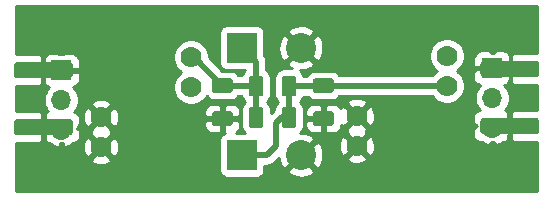
<source format=gbl>
G04 #@! TF.GenerationSoftware,KiCad,Pcbnew,5.1.5+dfsg1-2build2*
G04 #@! TF.CreationDate,2022-12-10T10:35:03-05:00*
G04 #@! TF.ProjectId,double-tuned-bpf,646f7562-6c65-42d7-9475-6e65642d6270,rev?*
G04 #@! TF.SameCoordinates,Original*
G04 #@! TF.FileFunction,Copper,L2,Bot*
G04 #@! TF.FilePolarity,Positive*
%FSLAX46Y46*%
G04 Gerber Fmt 4.6, Leading zero omitted, Abs format (unit mm)*
G04 Created by KiCad (PCBNEW 5.1.5+dfsg1-2build2) date 2022-12-10 10:35:03*
%MOMM*%
%LPD*%
G04 APERTURE LIST*
%ADD10O,1.700000X1.700000*%
%ADD11R,1.700000X1.700000*%
%ADD12C,0.100000*%
%ADD13R,2.540000X2.540000*%
%ADD14C,2.540000*%
%ADD15C,1.778000*%
%ADD16C,0.500000*%
%ADD17C,0.254000*%
G04 APERTURE END LIST*
D10*
X145500000Y-99980000D03*
X145500000Y-97440000D03*
D11*
X145500000Y-94900000D03*
G04 #@! TA.AperFunction,SMDPad,CuDef*
D12*
G36*
X149176686Y-99130225D02*
G01*
X149210662Y-99135265D01*
X149243980Y-99143611D01*
X149276319Y-99155182D01*
X149307369Y-99169868D01*
X149336830Y-99187526D01*
X149364418Y-99207986D01*
X149389867Y-99231053D01*
X149412934Y-99256502D01*
X149433394Y-99284090D01*
X149451052Y-99313551D01*
X149465738Y-99344601D01*
X149477309Y-99376940D01*
X149485655Y-99410258D01*
X149490695Y-99444234D01*
X149492380Y-99478540D01*
X149492380Y-100178540D01*
X149490695Y-100212846D01*
X149485655Y-100246822D01*
X149477309Y-100280140D01*
X149465738Y-100312479D01*
X149451052Y-100343529D01*
X149433394Y-100372990D01*
X149412934Y-100400578D01*
X149389867Y-100426027D01*
X149364418Y-100449094D01*
X149336830Y-100469554D01*
X149307369Y-100487212D01*
X149276319Y-100501898D01*
X149243980Y-100513469D01*
X149210662Y-100521815D01*
X149176686Y-100526855D01*
X149142380Y-100528540D01*
X144842380Y-100528540D01*
X144808074Y-100526855D01*
X144774098Y-100521815D01*
X144740780Y-100513469D01*
X144708441Y-100501898D01*
X144677391Y-100487212D01*
X144647930Y-100469554D01*
X144620342Y-100449094D01*
X144594893Y-100426027D01*
X144571826Y-100400578D01*
X144551366Y-100372990D01*
X144533708Y-100343529D01*
X144519022Y-100312479D01*
X144507451Y-100280140D01*
X144499105Y-100246822D01*
X144494065Y-100212846D01*
X144492380Y-100178540D01*
X144492380Y-99478540D01*
X144494065Y-99444234D01*
X144499105Y-99410258D01*
X144507451Y-99376940D01*
X144519022Y-99344601D01*
X144533708Y-99313551D01*
X144551366Y-99284090D01*
X144571826Y-99256502D01*
X144594893Y-99231053D01*
X144620342Y-99207986D01*
X144647930Y-99187526D01*
X144677391Y-99169868D01*
X144708441Y-99155182D01*
X144740780Y-99143611D01*
X144774098Y-99135265D01*
X144808074Y-99130225D01*
X144842380Y-99128540D01*
X149142380Y-99128540D01*
X149176686Y-99130225D01*
G37*
G04 #@! TD.AperFunction*
G04 #@! TA.AperFunction,SMDPad,CuDef*
G36*
X149184306Y-94301685D02*
G01*
X149218282Y-94306725D01*
X149251600Y-94315071D01*
X149283939Y-94326642D01*
X149314989Y-94341328D01*
X149344450Y-94358986D01*
X149372038Y-94379446D01*
X149397487Y-94402513D01*
X149420554Y-94427962D01*
X149441014Y-94455550D01*
X149458672Y-94485011D01*
X149473358Y-94516061D01*
X149484929Y-94548400D01*
X149493275Y-94581718D01*
X149498315Y-94615694D01*
X149500000Y-94650000D01*
X149500000Y-95350000D01*
X149498315Y-95384306D01*
X149493275Y-95418282D01*
X149484929Y-95451600D01*
X149473358Y-95483939D01*
X149458672Y-95514989D01*
X149441014Y-95544450D01*
X149420554Y-95572038D01*
X149397487Y-95597487D01*
X149372038Y-95620554D01*
X149344450Y-95641014D01*
X149314989Y-95658672D01*
X149283939Y-95673358D01*
X149251600Y-95684929D01*
X149218282Y-95693275D01*
X149184306Y-95698315D01*
X149150000Y-95700000D01*
X144850000Y-95700000D01*
X144815694Y-95698315D01*
X144781718Y-95693275D01*
X144748400Y-95684929D01*
X144716061Y-95673358D01*
X144685011Y-95658672D01*
X144655550Y-95641014D01*
X144627962Y-95620554D01*
X144602513Y-95597487D01*
X144579446Y-95572038D01*
X144558986Y-95544450D01*
X144541328Y-95514989D01*
X144526642Y-95483939D01*
X144515071Y-95451600D01*
X144506725Y-95418282D01*
X144501685Y-95384306D01*
X144500000Y-95350000D01*
X144500000Y-94650000D01*
X144501685Y-94615694D01*
X144506725Y-94581718D01*
X144515071Y-94548400D01*
X144526642Y-94516061D01*
X144541328Y-94485011D01*
X144558986Y-94455550D01*
X144579446Y-94427962D01*
X144602513Y-94402513D01*
X144627962Y-94379446D01*
X144655550Y-94358986D01*
X144685011Y-94341328D01*
X144716061Y-94326642D01*
X144748400Y-94315071D01*
X144781718Y-94306725D01*
X144815694Y-94301685D01*
X144850000Y-94300000D01*
X149150000Y-94300000D01*
X149184306Y-94301685D01*
G37*
G04 #@! TD.AperFunction*
G04 #@! TA.AperFunction,SMDPad,CuDef*
G36*
X109676686Y-99230225D02*
G01*
X109710662Y-99235265D01*
X109743980Y-99243611D01*
X109776319Y-99255182D01*
X109807369Y-99269868D01*
X109836830Y-99287526D01*
X109864418Y-99307986D01*
X109889867Y-99331053D01*
X109912934Y-99356502D01*
X109933394Y-99384090D01*
X109951052Y-99413551D01*
X109965738Y-99444601D01*
X109977309Y-99476940D01*
X109985655Y-99510258D01*
X109990695Y-99544234D01*
X109992380Y-99578540D01*
X109992380Y-100278540D01*
X109990695Y-100312846D01*
X109985655Y-100346822D01*
X109977309Y-100380140D01*
X109965738Y-100412479D01*
X109951052Y-100443529D01*
X109933394Y-100472990D01*
X109912934Y-100500578D01*
X109889867Y-100526027D01*
X109864418Y-100549094D01*
X109836830Y-100569554D01*
X109807369Y-100587212D01*
X109776319Y-100601898D01*
X109743980Y-100613469D01*
X109710662Y-100621815D01*
X109676686Y-100626855D01*
X109642380Y-100628540D01*
X105342380Y-100628540D01*
X105308074Y-100626855D01*
X105274098Y-100621815D01*
X105240780Y-100613469D01*
X105208441Y-100601898D01*
X105177391Y-100587212D01*
X105147930Y-100569554D01*
X105120342Y-100549094D01*
X105094893Y-100526027D01*
X105071826Y-100500578D01*
X105051366Y-100472990D01*
X105033708Y-100443529D01*
X105019022Y-100412479D01*
X105007451Y-100380140D01*
X104999105Y-100346822D01*
X104994065Y-100312846D01*
X104992380Y-100278540D01*
X104992380Y-99578540D01*
X104994065Y-99544234D01*
X104999105Y-99510258D01*
X105007451Y-99476940D01*
X105019022Y-99444601D01*
X105033708Y-99413551D01*
X105051366Y-99384090D01*
X105071826Y-99356502D01*
X105094893Y-99331053D01*
X105120342Y-99307986D01*
X105147930Y-99287526D01*
X105177391Y-99269868D01*
X105208441Y-99255182D01*
X105240780Y-99243611D01*
X105274098Y-99235265D01*
X105308074Y-99230225D01*
X105342380Y-99228540D01*
X109642380Y-99228540D01*
X109676686Y-99230225D01*
G37*
G04 #@! TD.AperFunction*
G04 #@! TA.AperFunction,SMDPad,CuDef*
G36*
X109684306Y-94401685D02*
G01*
X109718282Y-94406725D01*
X109751600Y-94415071D01*
X109783939Y-94426642D01*
X109814989Y-94441328D01*
X109844450Y-94458986D01*
X109872038Y-94479446D01*
X109897487Y-94502513D01*
X109920554Y-94527962D01*
X109941014Y-94555550D01*
X109958672Y-94585011D01*
X109973358Y-94616061D01*
X109984929Y-94648400D01*
X109993275Y-94681718D01*
X109998315Y-94715694D01*
X110000000Y-94750000D01*
X110000000Y-95450000D01*
X109998315Y-95484306D01*
X109993275Y-95518282D01*
X109984929Y-95551600D01*
X109973358Y-95583939D01*
X109958672Y-95614989D01*
X109941014Y-95644450D01*
X109920554Y-95672038D01*
X109897487Y-95697487D01*
X109872038Y-95720554D01*
X109844450Y-95741014D01*
X109814989Y-95758672D01*
X109783939Y-95773358D01*
X109751600Y-95784929D01*
X109718282Y-95793275D01*
X109684306Y-95798315D01*
X109650000Y-95800000D01*
X105350000Y-95800000D01*
X105315694Y-95798315D01*
X105281718Y-95793275D01*
X105248400Y-95784929D01*
X105216061Y-95773358D01*
X105185011Y-95758672D01*
X105155550Y-95741014D01*
X105127962Y-95720554D01*
X105102513Y-95697487D01*
X105079446Y-95672038D01*
X105058986Y-95644450D01*
X105041328Y-95614989D01*
X105026642Y-95583939D01*
X105015071Y-95551600D01*
X105006725Y-95518282D01*
X105001685Y-95484306D01*
X105000000Y-95450000D01*
X105000000Y-94750000D01*
X105001685Y-94715694D01*
X105006725Y-94681718D01*
X105015071Y-94648400D01*
X105026642Y-94616061D01*
X105041328Y-94585011D01*
X105058986Y-94555550D01*
X105079446Y-94527962D01*
X105102513Y-94502513D01*
X105127962Y-94479446D01*
X105155550Y-94458986D01*
X105185011Y-94441328D01*
X105216061Y-94426642D01*
X105248400Y-94415071D01*
X105281718Y-94406725D01*
X105315694Y-94401685D01*
X105350000Y-94400000D01*
X109650000Y-94400000D01*
X109684306Y-94401685D01*
G37*
G04 #@! TD.AperFunction*
D10*
X109000000Y-100180000D03*
X109000000Y-97640000D03*
D11*
X109000000Y-95100000D03*
D13*
X124300000Y-102300000D03*
D14*
X129300000Y-102300000D03*
D13*
X124300000Y-93200000D03*
D14*
X129300000Y-93200000D03*
D15*
X141663999Y-96430000D03*
X134043999Y-101510000D03*
X141663999Y-93890000D03*
X134043999Y-98970000D03*
X120000000Y-96530000D03*
X112380000Y-101610000D03*
X120000000Y-93990000D03*
X112380000Y-99070000D03*
G04 #@! TA.AperFunction,SMDPad,CuDef*
D12*
G36*
X131849504Y-95776204D02*
G01*
X131873773Y-95779804D01*
X131897571Y-95785765D01*
X131920671Y-95794030D01*
X131942849Y-95804520D01*
X131963893Y-95817133D01*
X131983598Y-95831747D01*
X132001777Y-95848223D01*
X132018253Y-95866402D01*
X132032867Y-95886107D01*
X132045480Y-95907151D01*
X132055970Y-95929329D01*
X132064235Y-95952429D01*
X132070196Y-95976227D01*
X132073796Y-96000496D01*
X132075000Y-96025000D01*
X132075000Y-96775000D01*
X132073796Y-96799504D01*
X132070196Y-96823773D01*
X132064235Y-96847571D01*
X132055970Y-96870671D01*
X132045480Y-96892849D01*
X132032867Y-96913893D01*
X132018253Y-96933598D01*
X132001777Y-96951777D01*
X131983598Y-96968253D01*
X131963893Y-96982867D01*
X131942849Y-96995480D01*
X131920671Y-97005970D01*
X131897571Y-97014235D01*
X131873773Y-97020196D01*
X131849504Y-97023796D01*
X131825000Y-97025000D01*
X130575000Y-97025000D01*
X130550496Y-97023796D01*
X130526227Y-97020196D01*
X130502429Y-97014235D01*
X130479329Y-97005970D01*
X130457151Y-96995480D01*
X130436107Y-96982867D01*
X130416402Y-96968253D01*
X130398223Y-96951777D01*
X130381747Y-96933598D01*
X130367133Y-96913893D01*
X130354520Y-96892849D01*
X130344030Y-96870671D01*
X130335765Y-96847571D01*
X130329804Y-96823773D01*
X130326204Y-96799504D01*
X130325000Y-96775000D01*
X130325000Y-96025000D01*
X130326204Y-96000496D01*
X130329804Y-95976227D01*
X130335765Y-95952429D01*
X130344030Y-95929329D01*
X130354520Y-95907151D01*
X130367133Y-95886107D01*
X130381747Y-95866402D01*
X130398223Y-95848223D01*
X130416402Y-95831747D01*
X130436107Y-95817133D01*
X130457151Y-95804520D01*
X130479329Y-95794030D01*
X130502429Y-95785765D01*
X130526227Y-95779804D01*
X130550496Y-95776204D01*
X130575000Y-95775000D01*
X131825000Y-95775000D01*
X131849504Y-95776204D01*
G37*
G04 #@! TD.AperFunction*
G04 #@! TA.AperFunction,SMDPad,CuDef*
G36*
X131849504Y-98576204D02*
G01*
X131873773Y-98579804D01*
X131897571Y-98585765D01*
X131920671Y-98594030D01*
X131942849Y-98604520D01*
X131963893Y-98617133D01*
X131983598Y-98631747D01*
X132001777Y-98648223D01*
X132018253Y-98666402D01*
X132032867Y-98686107D01*
X132045480Y-98707151D01*
X132055970Y-98729329D01*
X132064235Y-98752429D01*
X132070196Y-98776227D01*
X132073796Y-98800496D01*
X132075000Y-98825000D01*
X132075000Y-99575000D01*
X132073796Y-99599504D01*
X132070196Y-99623773D01*
X132064235Y-99647571D01*
X132055970Y-99670671D01*
X132045480Y-99692849D01*
X132032867Y-99713893D01*
X132018253Y-99733598D01*
X132001777Y-99751777D01*
X131983598Y-99768253D01*
X131963893Y-99782867D01*
X131942849Y-99795480D01*
X131920671Y-99805970D01*
X131897571Y-99814235D01*
X131873773Y-99820196D01*
X131849504Y-99823796D01*
X131825000Y-99825000D01*
X130575000Y-99825000D01*
X130550496Y-99823796D01*
X130526227Y-99820196D01*
X130502429Y-99814235D01*
X130479329Y-99805970D01*
X130457151Y-99795480D01*
X130436107Y-99782867D01*
X130416402Y-99768253D01*
X130398223Y-99751777D01*
X130381747Y-99733598D01*
X130367133Y-99713893D01*
X130354520Y-99692849D01*
X130344030Y-99670671D01*
X130335765Y-99647571D01*
X130329804Y-99623773D01*
X130326204Y-99599504D01*
X130325000Y-99575000D01*
X130325000Y-98825000D01*
X130326204Y-98800496D01*
X130329804Y-98776227D01*
X130335765Y-98752429D01*
X130344030Y-98729329D01*
X130354520Y-98707151D01*
X130367133Y-98686107D01*
X130381747Y-98666402D01*
X130398223Y-98648223D01*
X130416402Y-98631747D01*
X130436107Y-98617133D01*
X130457151Y-98604520D01*
X130479329Y-98594030D01*
X130502429Y-98585765D01*
X130526227Y-98579804D01*
X130550496Y-98576204D01*
X130575000Y-98575000D01*
X131825000Y-98575000D01*
X131849504Y-98576204D01*
G37*
G04 #@! TD.AperFunction*
G04 #@! TA.AperFunction,SMDPad,CuDef*
G36*
X128699504Y-95576204D02*
G01*
X128723773Y-95579804D01*
X128747571Y-95585765D01*
X128770671Y-95594030D01*
X128792849Y-95604520D01*
X128813893Y-95617133D01*
X128833598Y-95631747D01*
X128851777Y-95648223D01*
X128868253Y-95666402D01*
X128882867Y-95686107D01*
X128895480Y-95707151D01*
X128905970Y-95729329D01*
X128914235Y-95752429D01*
X128920196Y-95776227D01*
X128923796Y-95800496D01*
X128925000Y-95825000D01*
X128925000Y-97075000D01*
X128923796Y-97099504D01*
X128920196Y-97123773D01*
X128914235Y-97147571D01*
X128905970Y-97170671D01*
X128895480Y-97192849D01*
X128882867Y-97213893D01*
X128868253Y-97233598D01*
X128851777Y-97251777D01*
X128833598Y-97268253D01*
X128813893Y-97282867D01*
X128792849Y-97295480D01*
X128770671Y-97305970D01*
X128747571Y-97314235D01*
X128723773Y-97320196D01*
X128699504Y-97323796D01*
X128675000Y-97325000D01*
X127925000Y-97325000D01*
X127900496Y-97323796D01*
X127876227Y-97320196D01*
X127852429Y-97314235D01*
X127829329Y-97305970D01*
X127807151Y-97295480D01*
X127786107Y-97282867D01*
X127766402Y-97268253D01*
X127748223Y-97251777D01*
X127731747Y-97233598D01*
X127717133Y-97213893D01*
X127704520Y-97192849D01*
X127694030Y-97170671D01*
X127685765Y-97147571D01*
X127679804Y-97123773D01*
X127676204Y-97099504D01*
X127675000Y-97075000D01*
X127675000Y-95825000D01*
X127676204Y-95800496D01*
X127679804Y-95776227D01*
X127685765Y-95752429D01*
X127694030Y-95729329D01*
X127704520Y-95707151D01*
X127717133Y-95686107D01*
X127731747Y-95666402D01*
X127748223Y-95648223D01*
X127766402Y-95631747D01*
X127786107Y-95617133D01*
X127807151Y-95604520D01*
X127829329Y-95594030D01*
X127852429Y-95585765D01*
X127876227Y-95579804D01*
X127900496Y-95576204D01*
X127925000Y-95575000D01*
X128675000Y-95575000D01*
X128699504Y-95576204D01*
G37*
G04 #@! TD.AperFunction*
G04 #@! TA.AperFunction,SMDPad,CuDef*
G36*
X125899504Y-95576204D02*
G01*
X125923773Y-95579804D01*
X125947571Y-95585765D01*
X125970671Y-95594030D01*
X125992849Y-95604520D01*
X126013893Y-95617133D01*
X126033598Y-95631747D01*
X126051777Y-95648223D01*
X126068253Y-95666402D01*
X126082867Y-95686107D01*
X126095480Y-95707151D01*
X126105970Y-95729329D01*
X126114235Y-95752429D01*
X126120196Y-95776227D01*
X126123796Y-95800496D01*
X126125000Y-95825000D01*
X126125000Y-97075000D01*
X126123796Y-97099504D01*
X126120196Y-97123773D01*
X126114235Y-97147571D01*
X126105970Y-97170671D01*
X126095480Y-97192849D01*
X126082867Y-97213893D01*
X126068253Y-97233598D01*
X126051777Y-97251777D01*
X126033598Y-97268253D01*
X126013893Y-97282867D01*
X125992849Y-97295480D01*
X125970671Y-97305970D01*
X125947571Y-97314235D01*
X125923773Y-97320196D01*
X125899504Y-97323796D01*
X125875000Y-97325000D01*
X125125000Y-97325000D01*
X125100496Y-97323796D01*
X125076227Y-97320196D01*
X125052429Y-97314235D01*
X125029329Y-97305970D01*
X125007151Y-97295480D01*
X124986107Y-97282867D01*
X124966402Y-97268253D01*
X124948223Y-97251777D01*
X124931747Y-97233598D01*
X124917133Y-97213893D01*
X124904520Y-97192849D01*
X124894030Y-97170671D01*
X124885765Y-97147571D01*
X124879804Y-97123773D01*
X124876204Y-97099504D01*
X124875000Y-97075000D01*
X124875000Y-95825000D01*
X124876204Y-95800496D01*
X124879804Y-95776227D01*
X124885765Y-95752429D01*
X124894030Y-95729329D01*
X124904520Y-95707151D01*
X124917133Y-95686107D01*
X124931747Y-95666402D01*
X124948223Y-95648223D01*
X124966402Y-95631747D01*
X124986107Y-95617133D01*
X125007151Y-95604520D01*
X125029329Y-95594030D01*
X125052429Y-95585765D01*
X125076227Y-95579804D01*
X125100496Y-95576204D01*
X125125000Y-95575000D01*
X125875000Y-95575000D01*
X125899504Y-95576204D01*
G37*
G04 #@! TD.AperFunction*
G04 #@! TA.AperFunction,SMDPad,CuDef*
G36*
X128699504Y-98226204D02*
G01*
X128723773Y-98229804D01*
X128747571Y-98235765D01*
X128770671Y-98244030D01*
X128792849Y-98254520D01*
X128813893Y-98267133D01*
X128833598Y-98281747D01*
X128851777Y-98298223D01*
X128868253Y-98316402D01*
X128882867Y-98336107D01*
X128895480Y-98357151D01*
X128905970Y-98379329D01*
X128914235Y-98402429D01*
X128920196Y-98426227D01*
X128923796Y-98450496D01*
X128925000Y-98475000D01*
X128925000Y-99725000D01*
X128923796Y-99749504D01*
X128920196Y-99773773D01*
X128914235Y-99797571D01*
X128905970Y-99820671D01*
X128895480Y-99842849D01*
X128882867Y-99863893D01*
X128868253Y-99883598D01*
X128851777Y-99901777D01*
X128833598Y-99918253D01*
X128813893Y-99932867D01*
X128792849Y-99945480D01*
X128770671Y-99955970D01*
X128747571Y-99964235D01*
X128723773Y-99970196D01*
X128699504Y-99973796D01*
X128675000Y-99975000D01*
X127925000Y-99975000D01*
X127900496Y-99973796D01*
X127876227Y-99970196D01*
X127852429Y-99964235D01*
X127829329Y-99955970D01*
X127807151Y-99945480D01*
X127786107Y-99932867D01*
X127766402Y-99918253D01*
X127748223Y-99901777D01*
X127731747Y-99883598D01*
X127717133Y-99863893D01*
X127704520Y-99842849D01*
X127694030Y-99820671D01*
X127685765Y-99797571D01*
X127679804Y-99773773D01*
X127676204Y-99749504D01*
X127675000Y-99725000D01*
X127675000Y-98475000D01*
X127676204Y-98450496D01*
X127679804Y-98426227D01*
X127685765Y-98402429D01*
X127694030Y-98379329D01*
X127704520Y-98357151D01*
X127717133Y-98336107D01*
X127731747Y-98316402D01*
X127748223Y-98298223D01*
X127766402Y-98281747D01*
X127786107Y-98267133D01*
X127807151Y-98254520D01*
X127829329Y-98244030D01*
X127852429Y-98235765D01*
X127876227Y-98229804D01*
X127900496Y-98226204D01*
X127925000Y-98225000D01*
X128675000Y-98225000D01*
X128699504Y-98226204D01*
G37*
G04 #@! TD.AperFunction*
G04 #@! TA.AperFunction,SMDPad,CuDef*
G36*
X125899504Y-98226204D02*
G01*
X125923773Y-98229804D01*
X125947571Y-98235765D01*
X125970671Y-98244030D01*
X125992849Y-98254520D01*
X126013893Y-98267133D01*
X126033598Y-98281747D01*
X126051777Y-98298223D01*
X126068253Y-98316402D01*
X126082867Y-98336107D01*
X126095480Y-98357151D01*
X126105970Y-98379329D01*
X126114235Y-98402429D01*
X126120196Y-98426227D01*
X126123796Y-98450496D01*
X126125000Y-98475000D01*
X126125000Y-99725000D01*
X126123796Y-99749504D01*
X126120196Y-99773773D01*
X126114235Y-99797571D01*
X126105970Y-99820671D01*
X126095480Y-99842849D01*
X126082867Y-99863893D01*
X126068253Y-99883598D01*
X126051777Y-99901777D01*
X126033598Y-99918253D01*
X126013893Y-99932867D01*
X125992849Y-99945480D01*
X125970671Y-99955970D01*
X125947571Y-99964235D01*
X125923773Y-99970196D01*
X125899504Y-99973796D01*
X125875000Y-99975000D01*
X125125000Y-99975000D01*
X125100496Y-99973796D01*
X125076227Y-99970196D01*
X125052429Y-99964235D01*
X125029329Y-99955970D01*
X125007151Y-99945480D01*
X124986107Y-99932867D01*
X124966402Y-99918253D01*
X124948223Y-99901777D01*
X124931747Y-99883598D01*
X124917133Y-99863893D01*
X124904520Y-99842849D01*
X124894030Y-99820671D01*
X124885765Y-99797571D01*
X124879804Y-99773773D01*
X124876204Y-99749504D01*
X124875000Y-99725000D01*
X124875000Y-98475000D01*
X124876204Y-98450496D01*
X124879804Y-98426227D01*
X124885765Y-98402429D01*
X124894030Y-98379329D01*
X124904520Y-98357151D01*
X124917133Y-98336107D01*
X124931747Y-98316402D01*
X124948223Y-98298223D01*
X124966402Y-98281747D01*
X124986107Y-98267133D01*
X125007151Y-98254520D01*
X125029329Y-98244030D01*
X125052429Y-98235765D01*
X125076227Y-98229804D01*
X125100496Y-98226204D01*
X125125000Y-98225000D01*
X125875000Y-98225000D01*
X125899504Y-98226204D01*
G37*
G04 #@! TD.AperFunction*
G04 #@! TA.AperFunction,SMDPad,CuDef*
G36*
X123299504Y-95776204D02*
G01*
X123323773Y-95779804D01*
X123347571Y-95785765D01*
X123370671Y-95794030D01*
X123392849Y-95804520D01*
X123413893Y-95817133D01*
X123433598Y-95831747D01*
X123451777Y-95848223D01*
X123468253Y-95866402D01*
X123482867Y-95886107D01*
X123495480Y-95907151D01*
X123505970Y-95929329D01*
X123514235Y-95952429D01*
X123520196Y-95976227D01*
X123523796Y-96000496D01*
X123525000Y-96025000D01*
X123525000Y-96775000D01*
X123523796Y-96799504D01*
X123520196Y-96823773D01*
X123514235Y-96847571D01*
X123505970Y-96870671D01*
X123495480Y-96892849D01*
X123482867Y-96913893D01*
X123468253Y-96933598D01*
X123451777Y-96951777D01*
X123433598Y-96968253D01*
X123413893Y-96982867D01*
X123392849Y-96995480D01*
X123370671Y-97005970D01*
X123347571Y-97014235D01*
X123323773Y-97020196D01*
X123299504Y-97023796D01*
X123275000Y-97025000D01*
X122025000Y-97025000D01*
X122000496Y-97023796D01*
X121976227Y-97020196D01*
X121952429Y-97014235D01*
X121929329Y-97005970D01*
X121907151Y-96995480D01*
X121886107Y-96982867D01*
X121866402Y-96968253D01*
X121848223Y-96951777D01*
X121831747Y-96933598D01*
X121817133Y-96913893D01*
X121804520Y-96892849D01*
X121794030Y-96870671D01*
X121785765Y-96847571D01*
X121779804Y-96823773D01*
X121776204Y-96799504D01*
X121775000Y-96775000D01*
X121775000Y-96025000D01*
X121776204Y-96000496D01*
X121779804Y-95976227D01*
X121785765Y-95952429D01*
X121794030Y-95929329D01*
X121804520Y-95907151D01*
X121817133Y-95886107D01*
X121831747Y-95866402D01*
X121848223Y-95848223D01*
X121866402Y-95831747D01*
X121886107Y-95817133D01*
X121907151Y-95804520D01*
X121929329Y-95794030D01*
X121952429Y-95785765D01*
X121976227Y-95779804D01*
X122000496Y-95776204D01*
X122025000Y-95775000D01*
X123275000Y-95775000D01*
X123299504Y-95776204D01*
G37*
G04 #@! TD.AperFunction*
G04 #@! TA.AperFunction,SMDPad,CuDef*
G36*
X123299504Y-98576204D02*
G01*
X123323773Y-98579804D01*
X123347571Y-98585765D01*
X123370671Y-98594030D01*
X123392849Y-98604520D01*
X123413893Y-98617133D01*
X123433598Y-98631747D01*
X123451777Y-98648223D01*
X123468253Y-98666402D01*
X123482867Y-98686107D01*
X123495480Y-98707151D01*
X123505970Y-98729329D01*
X123514235Y-98752429D01*
X123520196Y-98776227D01*
X123523796Y-98800496D01*
X123525000Y-98825000D01*
X123525000Y-99575000D01*
X123523796Y-99599504D01*
X123520196Y-99623773D01*
X123514235Y-99647571D01*
X123505970Y-99670671D01*
X123495480Y-99692849D01*
X123482867Y-99713893D01*
X123468253Y-99733598D01*
X123451777Y-99751777D01*
X123433598Y-99768253D01*
X123413893Y-99782867D01*
X123392849Y-99795480D01*
X123370671Y-99805970D01*
X123347571Y-99814235D01*
X123323773Y-99820196D01*
X123299504Y-99823796D01*
X123275000Y-99825000D01*
X122025000Y-99825000D01*
X122000496Y-99823796D01*
X121976227Y-99820196D01*
X121952429Y-99814235D01*
X121929329Y-99805970D01*
X121907151Y-99795480D01*
X121886107Y-99782867D01*
X121866402Y-99768253D01*
X121848223Y-99751777D01*
X121831747Y-99733598D01*
X121817133Y-99713893D01*
X121804520Y-99692849D01*
X121794030Y-99670671D01*
X121785765Y-99647571D01*
X121779804Y-99623773D01*
X121776204Y-99599504D01*
X121775000Y-99575000D01*
X121775000Y-98825000D01*
X121776204Y-98800496D01*
X121779804Y-98776227D01*
X121785765Y-98752429D01*
X121794030Y-98729329D01*
X121804520Y-98707151D01*
X121817133Y-98686107D01*
X121831747Y-98666402D01*
X121848223Y-98648223D01*
X121866402Y-98631747D01*
X121886107Y-98617133D01*
X121907151Y-98604520D01*
X121929329Y-98594030D01*
X121952429Y-98585765D01*
X121976227Y-98579804D01*
X122000496Y-98576204D01*
X122025000Y-98575000D01*
X123275000Y-98575000D01*
X123299504Y-98576204D01*
G37*
G04 #@! TD.AperFunction*
D16*
X125450000Y-96400000D02*
X125500000Y-96450000D01*
X122650000Y-96400000D02*
X125450000Y-96400000D01*
X125500000Y-94400000D02*
X124300000Y-93200000D01*
X125500000Y-96450000D02*
X125500000Y-94400000D01*
X125500000Y-96450000D02*
X125500000Y-99100000D01*
X120240000Y-93990000D02*
X122650000Y-96400000D01*
X120000000Y-93990000D02*
X120240000Y-93990000D01*
X127675000Y-99100000D02*
X127200000Y-99575000D01*
X128300000Y-99100000D02*
X127675000Y-99100000D01*
X127200000Y-99575000D02*
X127200000Y-101500000D01*
X126400000Y-102300000D02*
X124300000Y-102300000D01*
X127200000Y-101500000D02*
X126400000Y-102300000D01*
X131150000Y-96450000D02*
X131200000Y-96400000D01*
X128300000Y-96450000D02*
X131150000Y-96450000D01*
X128300000Y-99100000D02*
X128300000Y-96450000D01*
X141533999Y-96300000D02*
X141663999Y-96430000D01*
X141633999Y-96400000D02*
X141663999Y-96430000D01*
X131200000Y-96400000D02*
X141633999Y-96400000D01*
D17*
G36*
X149315000Y-93662185D02*
G01*
X147285750Y-93665000D01*
X147127000Y-93823750D01*
X147127000Y-94873000D01*
X147147000Y-94873000D01*
X147147000Y-95127000D01*
X147127000Y-95127000D01*
X147127000Y-96176250D01*
X147285750Y-96335000D01*
X149315000Y-96337815D01*
X149315001Y-98490714D01*
X147278130Y-98493540D01*
X147119380Y-98652290D01*
X147119380Y-99701540D01*
X147139380Y-99701540D01*
X147139380Y-99955540D01*
X147119380Y-99955540D01*
X147119380Y-101004790D01*
X147278130Y-101163540D01*
X149315001Y-101166366D01*
X149315001Y-105315000D01*
X105185000Y-105315000D01*
X105185000Y-102666231D01*
X111503374Y-102666231D01*
X111585727Y-102919289D01*
X111856418Y-103049086D01*
X112147230Y-103123580D01*
X112446988Y-103139908D01*
X112744171Y-103097443D01*
X113027359Y-102997816D01*
X113174273Y-102919289D01*
X113256626Y-102666231D01*
X112380000Y-101789605D01*
X111503374Y-102666231D01*
X105185000Y-102666231D01*
X105185000Y-101676988D01*
X110850092Y-101676988D01*
X110892557Y-101974171D01*
X110992184Y-102257359D01*
X111070711Y-102404273D01*
X111323769Y-102486626D01*
X112200395Y-101610000D01*
X112559605Y-101610000D01*
X113436231Y-102486626D01*
X113689289Y-102404273D01*
X113819086Y-102133582D01*
X113893580Y-101842770D01*
X113909908Y-101543012D01*
X113867443Y-101245829D01*
X113767816Y-100962641D01*
X113689289Y-100815727D01*
X113436231Y-100733374D01*
X112559605Y-101610000D01*
X112200395Y-101610000D01*
X111323769Y-100733374D01*
X111070711Y-100815727D01*
X110940914Y-101086418D01*
X110866420Y-101377230D01*
X110850092Y-101676988D01*
X105185000Y-101676988D01*
X105185000Y-101266345D01*
X107206630Y-101263540D01*
X107365380Y-101104790D01*
X107365380Y-100055540D01*
X107345380Y-100055540D01*
X107345380Y-99801540D01*
X107365380Y-99801540D01*
X107365380Y-98752290D01*
X107206630Y-98593540D01*
X105185000Y-98590735D01*
X105185000Y-96437815D01*
X107214250Y-96435000D01*
X107373000Y-96276250D01*
X107373000Y-95950000D01*
X107511928Y-95950000D01*
X107524188Y-96074482D01*
X107560498Y-96194180D01*
X107619463Y-96304494D01*
X107698815Y-96401185D01*
X107795506Y-96480537D01*
X107905820Y-96539502D01*
X107978380Y-96561513D01*
X107846525Y-96693368D01*
X107684010Y-96936589D01*
X107572068Y-97206842D01*
X107515000Y-97493740D01*
X107515000Y-97786260D01*
X107572068Y-98073158D01*
X107684010Y-98343411D01*
X107846525Y-98586632D01*
X107853329Y-98593436D01*
X107778130Y-98593540D01*
X107619380Y-98752290D01*
X107619380Y-99641879D01*
X107603175Y-99675901D01*
X107558524Y-99823110D01*
X107679845Y-100053000D01*
X108873000Y-100053000D01*
X108873000Y-100033000D01*
X109127000Y-100033000D01*
X109127000Y-100053000D01*
X109147000Y-100053000D01*
X109147000Y-100055540D01*
X107619380Y-100055540D01*
X107619380Y-100421575D01*
X107558524Y-100536890D01*
X107603175Y-100684099D01*
X107619380Y-100718121D01*
X107619380Y-101104790D01*
X107778130Y-101263540D01*
X107995127Y-101263841D01*
X108118645Y-101375178D01*
X108368748Y-101524157D01*
X108643109Y-101621481D01*
X108873000Y-101500814D01*
X108873000Y-101265059D01*
X109127000Y-101265411D01*
X109127000Y-101500814D01*
X109356891Y-101621481D01*
X109631252Y-101524157D01*
X109881355Y-101375178D01*
X110002954Y-101265571D01*
X110116862Y-101254352D01*
X110236560Y-101218042D01*
X110346874Y-101159077D01*
X110443565Y-101079725D01*
X110522917Y-100983034D01*
X110581882Y-100872720D01*
X110618192Y-100753022D01*
X110630452Y-100628540D01*
X110627380Y-100214290D01*
X110539321Y-100126231D01*
X111503374Y-100126231D01*
X111572941Y-100340000D01*
X111503374Y-100553769D01*
X112380000Y-101430395D01*
X113256626Y-100553769D01*
X113187059Y-100340000D01*
X113256626Y-100126231D01*
X112380000Y-99249605D01*
X111503374Y-100126231D01*
X110539321Y-100126231D01*
X110485000Y-100071910D01*
X110485000Y-100052998D01*
X110320156Y-100052998D01*
X110441476Y-99823110D01*
X110434933Y-99801540D01*
X110468630Y-99801540D01*
X110627380Y-99642790D01*
X110630452Y-99228540D01*
X110621436Y-99136988D01*
X110850092Y-99136988D01*
X110892557Y-99434171D01*
X110992184Y-99717359D01*
X111070711Y-99864273D01*
X111323769Y-99946626D01*
X112200395Y-99070000D01*
X112559605Y-99070000D01*
X113436231Y-99946626D01*
X113689289Y-99864273D01*
X113708120Y-99825000D01*
X121136928Y-99825000D01*
X121149188Y-99949482D01*
X121185498Y-100069180D01*
X121244463Y-100179494D01*
X121323815Y-100276185D01*
X121420506Y-100355537D01*
X121530820Y-100414502D01*
X121650518Y-100450812D01*
X121775000Y-100463072D01*
X122364250Y-100460000D01*
X122523000Y-100301250D01*
X122523000Y-99327000D01*
X121298750Y-99327000D01*
X121140000Y-99485750D01*
X121136928Y-99825000D01*
X113708120Y-99825000D01*
X113819086Y-99593582D01*
X113893580Y-99302770D01*
X113909908Y-99003012D01*
X113867443Y-98705829D01*
X113821417Y-98575000D01*
X121136928Y-98575000D01*
X121140000Y-98914250D01*
X121298750Y-99073000D01*
X122523000Y-99073000D01*
X122523000Y-98098750D01*
X122777000Y-98098750D01*
X122777000Y-99073000D01*
X124001250Y-99073000D01*
X124160000Y-98914250D01*
X124163072Y-98575000D01*
X124150812Y-98450518D01*
X124114502Y-98330820D01*
X124055537Y-98220506D01*
X123976185Y-98123815D01*
X123879494Y-98044463D01*
X123769180Y-97985498D01*
X123649482Y-97949188D01*
X123525000Y-97936928D01*
X122935750Y-97940000D01*
X122777000Y-98098750D01*
X122523000Y-98098750D01*
X122364250Y-97940000D01*
X121775000Y-97936928D01*
X121650518Y-97949188D01*
X121530820Y-97985498D01*
X121420506Y-98044463D01*
X121323815Y-98123815D01*
X121244463Y-98220506D01*
X121185498Y-98330820D01*
X121149188Y-98450518D01*
X121136928Y-98575000D01*
X113821417Y-98575000D01*
X113767816Y-98422641D01*
X113689289Y-98275727D01*
X113436231Y-98193374D01*
X112559605Y-99070000D01*
X112200395Y-99070000D01*
X111323769Y-98193374D01*
X111070711Y-98275727D01*
X110940914Y-98546418D01*
X110866420Y-98837230D01*
X110850092Y-99136988D01*
X110621436Y-99136988D01*
X110618192Y-99104058D01*
X110581882Y-98984360D01*
X110522917Y-98874046D01*
X110443565Y-98777355D01*
X110346874Y-98698003D01*
X110236560Y-98639038D01*
X110132604Y-98607503D01*
X110153475Y-98586632D01*
X110315990Y-98343411D01*
X110427932Y-98073158D01*
X110439745Y-98013769D01*
X111503374Y-98013769D01*
X112380000Y-98890395D01*
X113256626Y-98013769D01*
X113174273Y-97760711D01*
X112903582Y-97630914D01*
X112612770Y-97556420D01*
X112313012Y-97540092D01*
X112015829Y-97582557D01*
X111732641Y-97682184D01*
X111585727Y-97760711D01*
X111503374Y-98013769D01*
X110439745Y-98013769D01*
X110485000Y-97786260D01*
X110485000Y-97493740D01*
X110427932Y-97206842D01*
X110315990Y-96936589D01*
X110153475Y-96693368D01*
X110021620Y-96561513D01*
X110094180Y-96539502D01*
X110204494Y-96480537D01*
X110301185Y-96401185D01*
X110368798Y-96318798D01*
X110451185Y-96251185D01*
X110530537Y-96154494D01*
X110589502Y-96044180D01*
X110625812Y-95924482D01*
X110638072Y-95800000D01*
X110635000Y-95385750D01*
X110476250Y-95227000D01*
X107627000Y-95227000D01*
X107627000Y-95273750D01*
X107515000Y-95385750D01*
X107511928Y-95950000D01*
X107373000Y-95950000D01*
X107373000Y-95227000D01*
X107353000Y-95227000D01*
X107353000Y-94973000D01*
X107373000Y-94973000D01*
X107373000Y-94250000D01*
X107511928Y-94250000D01*
X107515000Y-94814250D01*
X107627000Y-94926250D01*
X107627000Y-94973000D01*
X110476250Y-94973000D01*
X110635000Y-94814250D01*
X110638072Y-94400000D01*
X110625812Y-94275518D01*
X110589502Y-94155820D01*
X110530537Y-94045506D01*
X110451185Y-93948815D01*
X110368798Y-93881202D01*
X110334902Y-93839899D01*
X118476000Y-93839899D01*
X118476000Y-94140101D01*
X118534566Y-94434534D01*
X118649449Y-94711885D01*
X118816232Y-94961493D01*
X119028507Y-95173768D01*
X119157562Y-95260000D01*
X119028507Y-95346232D01*
X118816232Y-95558507D01*
X118649449Y-95808115D01*
X118534566Y-96085466D01*
X118476000Y-96379899D01*
X118476000Y-96680101D01*
X118534566Y-96974534D01*
X118649449Y-97251885D01*
X118816232Y-97501493D01*
X119028507Y-97713768D01*
X119278115Y-97880551D01*
X119555466Y-97995434D01*
X119849899Y-98054000D01*
X120150101Y-98054000D01*
X120444534Y-97995434D01*
X120721885Y-97880551D01*
X120971493Y-97713768D01*
X121183768Y-97501493D01*
X121315771Y-97303937D01*
X121397038Y-97402962D01*
X121531614Y-97513405D01*
X121685150Y-97595472D01*
X121851746Y-97646008D01*
X122025000Y-97663072D01*
X123275000Y-97663072D01*
X123448254Y-97646008D01*
X123614850Y-97595472D01*
X123768386Y-97513405D01*
X123902962Y-97402962D01*
X123999770Y-97285000D01*
X124265139Y-97285000D01*
X124304528Y-97414850D01*
X124386595Y-97568386D01*
X124497038Y-97702962D01*
X124584817Y-97775000D01*
X124497038Y-97847038D01*
X124386595Y-97981614D01*
X124304528Y-98135150D01*
X124253992Y-98301746D01*
X124236928Y-98475000D01*
X124236928Y-99725000D01*
X124253992Y-99898254D01*
X124304528Y-100064850D01*
X124386595Y-100218386D01*
X124497038Y-100352962D01*
X124544518Y-100391928D01*
X123811412Y-100391928D01*
X123879494Y-100355537D01*
X123976185Y-100276185D01*
X124055537Y-100179494D01*
X124114502Y-100069180D01*
X124150812Y-99949482D01*
X124163072Y-99825000D01*
X124160000Y-99485750D01*
X124001250Y-99327000D01*
X122777000Y-99327000D01*
X122777000Y-100301250D01*
X122885892Y-100410142D01*
X122785820Y-100440498D01*
X122675506Y-100499463D01*
X122578815Y-100578815D01*
X122499463Y-100675506D01*
X122440498Y-100785820D01*
X122404188Y-100905518D01*
X122391928Y-101030000D01*
X122391928Y-103570000D01*
X122404188Y-103694482D01*
X122440498Y-103814180D01*
X122499463Y-103924494D01*
X122578815Y-104021185D01*
X122675506Y-104100537D01*
X122785820Y-104159502D01*
X122905518Y-104195812D01*
X123030000Y-104208072D01*
X125570000Y-104208072D01*
X125694482Y-104195812D01*
X125814180Y-104159502D01*
X125924494Y-104100537D01*
X126021185Y-104021185D01*
X126100537Y-103924494D01*
X126159502Y-103814180D01*
X126195812Y-103694482D01*
X126202374Y-103627852D01*
X128151753Y-103627852D01*
X128280076Y-103919871D01*
X128615695Y-104087723D01*
X128977611Y-104186874D01*
X129351916Y-104213514D01*
X129724227Y-104166618D01*
X130080235Y-104047988D01*
X130319924Y-103919871D01*
X130448247Y-103627852D01*
X129300000Y-102479605D01*
X128151753Y-103627852D01*
X126202374Y-103627852D01*
X126208072Y-103570000D01*
X126208072Y-103185000D01*
X126356531Y-103185000D01*
X126400000Y-103189281D01*
X126443469Y-103185000D01*
X126443477Y-103185000D01*
X126573490Y-103172195D01*
X126740313Y-103121589D01*
X126894059Y-103039411D01*
X127028817Y-102928817D01*
X127056534Y-102895044D01*
X127410334Y-102541245D01*
X127433382Y-102724227D01*
X127552012Y-103080235D01*
X127680129Y-103319924D01*
X127972148Y-103448247D01*
X129120395Y-102300000D01*
X129479605Y-102300000D01*
X130627852Y-103448247D01*
X130919871Y-103319924D01*
X131087723Y-102984305D01*
X131186874Y-102622389D01*
X131190870Y-102566231D01*
X133167373Y-102566231D01*
X133249726Y-102819289D01*
X133520417Y-102949086D01*
X133811229Y-103023580D01*
X134110987Y-103039908D01*
X134408170Y-102997443D01*
X134691358Y-102897816D01*
X134838272Y-102819289D01*
X134920625Y-102566231D01*
X134043999Y-101689605D01*
X133167373Y-102566231D01*
X131190870Y-102566231D01*
X131213514Y-102248084D01*
X131166618Y-101875773D01*
X131067057Y-101576988D01*
X132514091Y-101576988D01*
X132556556Y-101874171D01*
X132656183Y-102157359D01*
X132734710Y-102304273D01*
X132987768Y-102386626D01*
X133864394Y-101510000D01*
X134223604Y-101510000D01*
X135100230Y-102386626D01*
X135353288Y-102304273D01*
X135483085Y-102033582D01*
X135557579Y-101742770D01*
X135573907Y-101443012D01*
X135531442Y-101145829D01*
X135431815Y-100862641D01*
X135353288Y-100715727D01*
X135100230Y-100633374D01*
X134223604Y-101510000D01*
X133864394Y-101510000D01*
X132987768Y-100633374D01*
X132734710Y-100715727D01*
X132604913Y-100986418D01*
X132530419Y-101277230D01*
X132514091Y-101576988D01*
X131067057Y-101576988D01*
X131047988Y-101519765D01*
X130919871Y-101280076D01*
X130627852Y-101151753D01*
X129479605Y-102300000D01*
X129120395Y-102300000D01*
X129106253Y-102285858D01*
X129285858Y-102106253D01*
X129300000Y-102120395D01*
X130448247Y-100972148D01*
X130319924Y-100680129D01*
X129984305Y-100512277D01*
X129622389Y-100413126D01*
X129260993Y-100387405D01*
X129302962Y-100352962D01*
X129413405Y-100218386D01*
X129495472Y-100064850D01*
X129546008Y-99898254D01*
X129553222Y-99825000D01*
X129686928Y-99825000D01*
X129699188Y-99949482D01*
X129735498Y-100069180D01*
X129794463Y-100179494D01*
X129873815Y-100276185D01*
X129970506Y-100355537D01*
X130080820Y-100414502D01*
X130200518Y-100450812D01*
X130325000Y-100463072D01*
X130914250Y-100460000D01*
X131073000Y-100301250D01*
X131073000Y-99327000D01*
X129848750Y-99327000D01*
X129690000Y-99485750D01*
X129686928Y-99825000D01*
X129553222Y-99825000D01*
X129563072Y-99725000D01*
X129563072Y-98575000D01*
X129686928Y-98575000D01*
X129690000Y-98914250D01*
X129848750Y-99073000D01*
X131073000Y-99073000D01*
X131073000Y-98098750D01*
X131327000Y-98098750D01*
X131327000Y-99073000D01*
X131347000Y-99073000D01*
X131347000Y-99327000D01*
X131327000Y-99327000D01*
X131327000Y-100301250D01*
X131485750Y-100460000D01*
X132075000Y-100463072D01*
X132199482Y-100450812D01*
X132319180Y-100414502D01*
X132429494Y-100355537D01*
X132526185Y-100276185D01*
X132605537Y-100179494D01*
X132664502Y-100069180D01*
X132677530Y-100026231D01*
X133167373Y-100026231D01*
X133236940Y-100240000D01*
X133167373Y-100453769D01*
X134043999Y-101330395D01*
X134920625Y-100453769D01*
X134851058Y-100240000D01*
X134920625Y-100026231D01*
X134043999Y-99149605D01*
X133167373Y-100026231D01*
X132677530Y-100026231D01*
X132700812Y-99949482D01*
X132713072Y-99825000D01*
X132712140Y-99722047D01*
X132734710Y-99764273D01*
X132987768Y-99846626D01*
X133864394Y-98970000D01*
X134223604Y-98970000D01*
X135100230Y-99846626D01*
X135353288Y-99764273D01*
X135483085Y-99493582D01*
X135557579Y-99202770D01*
X135561622Y-99128540D01*
X143854308Y-99128540D01*
X143857380Y-99542790D01*
X144016130Y-99701540D01*
X144099914Y-99701540D01*
X144179844Y-99852998D01*
X144015000Y-99852998D01*
X144015000Y-99956670D01*
X143857380Y-100114290D01*
X143854308Y-100528540D01*
X143866568Y-100653022D01*
X143902878Y-100772720D01*
X143961843Y-100883034D01*
X144041195Y-100979725D01*
X144137886Y-101059077D01*
X144248200Y-101118042D01*
X144367898Y-101154352D01*
X144492380Y-101166612D01*
X144608962Y-101166450D01*
X144618645Y-101175178D01*
X144868748Y-101324157D01*
X145143109Y-101421481D01*
X145373000Y-101300814D01*
X145373000Y-101165390D01*
X145627000Y-101165038D01*
X145627000Y-101300814D01*
X145856891Y-101421481D01*
X146131252Y-101324157D01*
X146381355Y-101175178D01*
X146393785Y-101163974D01*
X146706630Y-101163540D01*
X146865380Y-101004790D01*
X146865380Y-100550117D01*
X146896825Y-100484099D01*
X146941476Y-100336890D01*
X146865380Y-100192696D01*
X146865380Y-99955540D01*
X145353000Y-99955540D01*
X145353000Y-99853000D01*
X145373000Y-99853000D01*
X145373000Y-99833000D01*
X145627000Y-99833000D01*
X145627000Y-99853000D01*
X146820155Y-99853000D01*
X146941476Y-99623110D01*
X146896825Y-99475901D01*
X146865380Y-99409883D01*
X146865380Y-98652290D01*
X146706630Y-98493540D01*
X146546789Y-98493318D01*
X146653475Y-98386632D01*
X146815990Y-98143411D01*
X146927932Y-97873158D01*
X146985000Y-97586260D01*
X146985000Y-97293740D01*
X146927932Y-97006842D01*
X146815990Y-96736589D01*
X146653475Y-96493368D01*
X146521620Y-96361513D01*
X146594180Y-96339502D01*
X146602312Y-96335155D01*
X146714250Y-96335000D01*
X146873000Y-96176250D01*
X146873000Y-96113678D01*
X146880537Y-96104494D01*
X146939502Y-95994180D01*
X146975812Y-95874482D01*
X146988072Y-95750000D01*
X146985000Y-95185750D01*
X146826250Y-95027000D01*
X145627000Y-95027000D01*
X145627000Y-95047000D01*
X145373000Y-95047000D01*
X145373000Y-95027000D01*
X144173750Y-95027000D01*
X144073750Y-95127000D01*
X144023750Y-95127000D01*
X143865000Y-95285750D01*
X143861928Y-95700000D01*
X143874188Y-95824482D01*
X143910498Y-95944180D01*
X143969463Y-96054494D01*
X144048815Y-96151185D01*
X144145506Y-96230537D01*
X144255820Y-96289502D01*
X144375518Y-96325812D01*
X144381268Y-96326378D01*
X144405820Y-96339502D01*
X144478380Y-96361513D01*
X144346525Y-96493368D01*
X144184010Y-96736589D01*
X144072068Y-97006842D01*
X144015000Y-97293740D01*
X144015000Y-97586260D01*
X144072068Y-97873158D01*
X144184010Y-98143411D01*
X144346525Y-98386632D01*
X144454128Y-98494235D01*
X144367898Y-98502728D01*
X144248200Y-98539038D01*
X144137886Y-98598003D01*
X144041195Y-98677355D01*
X143961843Y-98774046D01*
X143902878Y-98884360D01*
X143866568Y-99004058D01*
X143854308Y-99128540D01*
X135561622Y-99128540D01*
X135573907Y-98903012D01*
X135531442Y-98605829D01*
X135431815Y-98322641D01*
X135353288Y-98175727D01*
X135100230Y-98093374D01*
X134223604Y-98970000D01*
X133864394Y-98970000D01*
X132987768Y-98093374D01*
X132734710Y-98175727D01*
X132662309Y-98326718D01*
X132605537Y-98220506D01*
X132526185Y-98123815D01*
X132429494Y-98044463D01*
X132319180Y-97985498D01*
X132199482Y-97949188D01*
X132075000Y-97936928D01*
X131485750Y-97940000D01*
X131327000Y-98098750D01*
X131073000Y-98098750D01*
X130914250Y-97940000D01*
X130325000Y-97936928D01*
X130200518Y-97949188D01*
X130080820Y-97985498D01*
X129970506Y-98044463D01*
X129873815Y-98123815D01*
X129794463Y-98220506D01*
X129735498Y-98330820D01*
X129699188Y-98450518D01*
X129686928Y-98575000D01*
X129563072Y-98575000D01*
X129563072Y-98475000D01*
X129546008Y-98301746D01*
X129495472Y-98135150D01*
X129413405Y-97981614D01*
X129357727Y-97913769D01*
X133167373Y-97913769D01*
X134043999Y-98790395D01*
X134920625Y-97913769D01*
X134838272Y-97660711D01*
X134567581Y-97530914D01*
X134276769Y-97456420D01*
X133977011Y-97440092D01*
X133679828Y-97482557D01*
X133396640Y-97582184D01*
X133249726Y-97660711D01*
X133167373Y-97913769D01*
X129357727Y-97913769D01*
X129302962Y-97847038D01*
X129215183Y-97775000D01*
X129302962Y-97702962D01*
X129413405Y-97568386D01*
X129495472Y-97414850D01*
X129519694Y-97335000D01*
X129891263Y-97335000D01*
X129947038Y-97402962D01*
X130081614Y-97513405D01*
X130235150Y-97595472D01*
X130401746Y-97646008D01*
X130575000Y-97663072D01*
X131825000Y-97663072D01*
X131998254Y-97646008D01*
X132164850Y-97595472D01*
X132318386Y-97513405D01*
X132452962Y-97402962D01*
X132549770Y-97285000D01*
X140402393Y-97285000D01*
X140480231Y-97401493D01*
X140692506Y-97613768D01*
X140942114Y-97780551D01*
X141219465Y-97895434D01*
X141513898Y-97954000D01*
X141814100Y-97954000D01*
X142108533Y-97895434D01*
X142385884Y-97780551D01*
X142635492Y-97613768D01*
X142847767Y-97401493D01*
X143014550Y-97151885D01*
X143129433Y-96874534D01*
X143187999Y-96580101D01*
X143187999Y-96279899D01*
X143129433Y-95985466D01*
X143014550Y-95708115D01*
X142847767Y-95458507D01*
X142635492Y-95246232D01*
X142506437Y-95160000D01*
X142635492Y-95073768D01*
X142847767Y-94861493D01*
X143014550Y-94611885D01*
X143129433Y-94334534D01*
X143136302Y-94300000D01*
X143861928Y-94300000D01*
X143865000Y-94714250D01*
X144023750Y-94873000D01*
X146873000Y-94873000D01*
X146873000Y-94726250D01*
X146985000Y-94614250D01*
X146988072Y-94050000D01*
X146975812Y-93925518D01*
X146939502Y-93805820D01*
X146880537Y-93695506D01*
X146801185Y-93598815D01*
X146704494Y-93519463D01*
X146594180Y-93460498D01*
X146474482Y-93424188D01*
X146350000Y-93411928D01*
X145785750Y-93415000D01*
X145627000Y-93573750D01*
X145627000Y-93663492D01*
X145373000Y-93663139D01*
X145373000Y-93573750D01*
X145214250Y-93415000D01*
X144650000Y-93411928D01*
X144525518Y-93424188D01*
X144405820Y-93460498D01*
X144295506Y-93519463D01*
X144198815Y-93598815D01*
X144119463Y-93695506D01*
X144060498Y-93805820D01*
X144046658Y-93851443D01*
X143969463Y-93945506D01*
X143910498Y-94055820D01*
X143874188Y-94175518D01*
X143861928Y-94300000D01*
X143136302Y-94300000D01*
X143187999Y-94040101D01*
X143187999Y-93739899D01*
X143129433Y-93445466D01*
X143014550Y-93168115D01*
X142847767Y-92918507D01*
X142635492Y-92706232D01*
X142385884Y-92539449D01*
X142108533Y-92424566D01*
X141814100Y-92366000D01*
X141513898Y-92366000D01*
X141219465Y-92424566D01*
X140942114Y-92539449D01*
X140692506Y-92706232D01*
X140480231Y-92918507D01*
X140313448Y-93168115D01*
X140198565Y-93445466D01*
X140139999Y-93739899D01*
X140139999Y-94040101D01*
X140198565Y-94334534D01*
X140313448Y-94611885D01*
X140480231Y-94861493D01*
X140692506Y-95073768D01*
X140821561Y-95160000D01*
X140692506Y-95246232D01*
X140480231Y-95458507D01*
X140442484Y-95515000D01*
X132549770Y-95515000D01*
X132452962Y-95397038D01*
X132318386Y-95286595D01*
X132164850Y-95204528D01*
X131998254Y-95153992D01*
X131825000Y-95136928D01*
X130575000Y-95136928D01*
X130401746Y-95153992D01*
X130235150Y-95204528D01*
X130081614Y-95286595D01*
X129947038Y-95397038D01*
X129836595Y-95531614D01*
X129818750Y-95565000D01*
X129519694Y-95565000D01*
X129495472Y-95485150D01*
X129413405Y-95331614D01*
X129302962Y-95197038D01*
X129186874Y-95101768D01*
X129351916Y-95113514D01*
X129724227Y-95066618D01*
X130080235Y-94947988D01*
X130319924Y-94819871D01*
X130448247Y-94527852D01*
X129300000Y-93379605D01*
X128151753Y-94527852D01*
X128280076Y-94819871D01*
X128514131Y-94936928D01*
X127925000Y-94936928D01*
X127751746Y-94953992D01*
X127585150Y-95004528D01*
X127431614Y-95086595D01*
X127297038Y-95197038D01*
X127186595Y-95331614D01*
X127104528Y-95485150D01*
X127053992Y-95651746D01*
X127036928Y-95825000D01*
X127036928Y-97075000D01*
X127053992Y-97248254D01*
X127104528Y-97414850D01*
X127186595Y-97568386D01*
X127297038Y-97702962D01*
X127384817Y-97775000D01*
X127297038Y-97847038D01*
X127186595Y-97981614D01*
X127104528Y-98135150D01*
X127053992Y-98301746D01*
X127036928Y-98475000D01*
X127036928Y-98482460D01*
X127018466Y-98504956D01*
X126763072Y-98760350D01*
X126763072Y-98475000D01*
X126746008Y-98301746D01*
X126695472Y-98135150D01*
X126613405Y-97981614D01*
X126502962Y-97847038D01*
X126415183Y-97775000D01*
X126502962Y-97702962D01*
X126613405Y-97568386D01*
X126695472Y-97414850D01*
X126746008Y-97248254D01*
X126763072Y-97075000D01*
X126763072Y-95825000D01*
X126746008Y-95651746D01*
X126695472Y-95485150D01*
X126613405Y-95331614D01*
X126502962Y-95197038D01*
X126385000Y-95100230D01*
X126385000Y-94443465D01*
X126389281Y-94399999D01*
X126385000Y-94356533D01*
X126385000Y-94356523D01*
X126372195Y-94226510D01*
X126321589Y-94059687D01*
X126239411Y-93905941D01*
X126209474Y-93869463D01*
X126208072Y-93867755D01*
X126208072Y-93251916D01*
X127386486Y-93251916D01*
X127433382Y-93624227D01*
X127552012Y-93980235D01*
X127680129Y-94219924D01*
X127972148Y-94348247D01*
X129120395Y-93200000D01*
X129479605Y-93200000D01*
X130627852Y-94348247D01*
X130919871Y-94219924D01*
X131087723Y-93884305D01*
X131186874Y-93522389D01*
X131213514Y-93148084D01*
X131166618Y-92775773D01*
X131047988Y-92419765D01*
X130919871Y-92180076D01*
X130627852Y-92051753D01*
X129479605Y-93200000D01*
X129120395Y-93200000D01*
X127972148Y-92051753D01*
X127680129Y-92180076D01*
X127512277Y-92515695D01*
X127413126Y-92877611D01*
X127386486Y-93251916D01*
X126208072Y-93251916D01*
X126208072Y-91930000D01*
X126202375Y-91872148D01*
X128151753Y-91872148D01*
X129300000Y-93020395D01*
X130448247Y-91872148D01*
X130319924Y-91580129D01*
X129984305Y-91412277D01*
X129622389Y-91313126D01*
X129248084Y-91286486D01*
X128875773Y-91333382D01*
X128519765Y-91452012D01*
X128280076Y-91580129D01*
X128151753Y-91872148D01*
X126202375Y-91872148D01*
X126195812Y-91805518D01*
X126159502Y-91685820D01*
X126100537Y-91575506D01*
X126021185Y-91478815D01*
X125924494Y-91399463D01*
X125814180Y-91340498D01*
X125694482Y-91304188D01*
X125570000Y-91291928D01*
X123030000Y-91291928D01*
X122905518Y-91304188D01*
X122785820Y-91340498D01*
X122675506Y-91399463D01*
X122578815Y-91478815D01*
X122499463Y-91575506D01*
X122440498Y-91685820D01*
X122404188Y-91805518D01*
X122391928Y-91930000D01*
X122391928Y-94470000D01*
X122404188Y-94594482D01*
X122440498Y-94714180D01*
X122499463Y-94824494D01*
X122578815Y-94921185D01*
X122675506Y-95000537D01*
X122785820Y-95059502D01*
X122905518Y-95095812D01*
X123030000Y-95108072D01*
X124605444Y-95108072D01*
X124497038Y-95197038D01*
X124386595Y-95331614D01*
X124304528Y-95485150D01*
X124295473Y-95515000D01*
X123999770Y-95515000D01*
X123902962Y-95397038D01*
X123768386Y-95286595D01*
X123614850Y-95204528D01*
X123448254Y-95153992D01*
X123275000Y-95136928D01*
X122638507Y-95136928D01*
X121524000Y-94022422D01*
X121524000Y-93839899D01*
X121465434Y-93545466D01*
X121350551Y-93268115D01*
X121183768Y-93018507D01*
X120971493Y-92806232D01*
X120721885Y-92639449D01*
X120444534Y-92524566D01*
X120150101Y-92466000D01*
X119849899Y-92466000D01*
X119555466Y-92524566D01*
X119278115Y-92639449D01*
X119028507Y-92806232D01*
X118816232Y-93018507D01*
X118649449Y-93268115D01*
X118534566Y-93545466D01*
X118476000Y-93839899D01*
X110334902Y-93839899D01*
X110301185Y-93798815D01*
X110204494Y-93719463D01*
X110094180Y-93660498D01*
X109974482Y-93624188D01*
X109850000Y-93611928D01*
X109285750Y-93615000D01*
X109137626Y-93763124D01*
X108862756Y-93763506D01*
X108714250Y-93615000D01*
X108150000Y-93611928D01*
X108025518Y-93624188D01*
X107905820Y-93660498D01*
X107795506Y-93719463D01*
X107698815Y-93798815D01*
X107619463Y-93895506D01*
X107560498Y-94005820D01*
X107524188Y-94125518D01*
X107511928Y-94250000D01*
X107373000Y-94250000D01*
X107373000Y-93923750D01*
X107214250Y-93765000D01*
X105185000Y-93762185D01*
X105185000Y-89685000D01*
X149315000Y-89685000D01*
X149315000Y-93662185D01*
G37*
X149315000Y-93662185D02*
X147285750Y-93665000D01*
X147127000Y-93823750D01*
X147127000Y-94873000D01*
X147147000Y-94873000D01*
X147147000Y-95127000D01*
X147127000Y-95127000D01*
X147127000Y-96176250D01*
X147285750Y-96335000D01*
X149315000Y-96337815D01*
X149315001Y-98490714D01*
X147278130Y-98493540D01*
X147119380Y-98652290D01*
X147119380Y-99701540D01*
X147139380Y-99701540D01*
X147139380Y-99955540D01*
X147119380Y-99955540D01*
X147119380Y-101004790D01*
X147278130Y-101163540D01*
X149315001Y-101166366D01*
X149315001Y-105315000D01*
X105185000Y-105315000D01*
X105185000Y-102666231D01*
X111503374Y-102666231D01*
X111585727Y-102919289D01*
X111856418Y-103049086D01*
X112147230Y-103123580D01*
X112446988Y-103139908D01*
X112744171Y-103097443D01*
X113027359Y-102997816D01*
X113174273Y-102919289D01*
X113256626Y-102666231D01*
X112380000Y-101789605D01*
X111503374Y-102666231D01*
X105185000Y-102666231D01*
X105185000Y-101676988D01*
X110850092Y-101676988D01*
X110892557Y-101974171D01*
X110992184Y-102257359D01*
X111070711Y-102404273D01*
X111323769Y-102486626D01*
X112200395Y-101610000D01*
X112559605Y-101610000D01*
X113436231Y-102486626D01*
X113689289Y-102404273D01*
X113819086Y-102133582D01*
X113893580Y-101842770D01*
X113909908Y-101543012D01*
X113867443Y-101245829D01*
X113767816Y-100962641D01*
X113689289Y-100815727D01*
X113436231Y-100733374D01*
X112559605Y-101610000D01*
X112200395Y-101610000D01*
X111323769Y-100733374D01*
X111070711Y-100815727D01*
X110940914Y-101086418D01*
X110866420Y-101377230D01*
X110850092Y-101676988D01*
X105185000Y-101676988D01*
X105185000Y-101266345D01*
X107206630Y-101263540D01*
X107365380Y-101104790D01*
X107365380Y-100055540D01*
X107345380Y-100055540D01*
X107345380Y-99801540D01*
X107365380Y-99801540D01*
X107365380Y-98752290D01*
X107206630Y-98593540D01*
X105185000Y-98590735D01*
X105185000Y-96437815D01*
X107214250Y-96435000D01*
X107373000Y-96276250D01*
X107373000Y-95950000D01*
X107511928Y-95950000D01*
X107524188Y-96074482D01*
X107560498Y-96194180D01*
X107619463Y-96304494D01*
X107698815Y-96401185D01*
X107795506Y-96480537D01*
X107905820Y-96539502D01*
X107978380Y-96561513D01*
X107846525Y-96693368D01*
X107684010Y-96936589D01*
X107572068Y-97206842D01*
X107515000Y-97493740D01*
X107515000Y-97786260D01*
X107572068Y-98073158D01*
X107684010Y-98343411D01*
X107846525Y-98586632D01*
X107853329Y-98593436D01*
X107778130Y-98593540D01*
X107619380Y-98752290D01*
X107619380Y-99641879D01*
X107603175Y-99675901D01*
X107558524Y-99823110D01*
X107679845Y-100053000D01*
X108873000Y-100053000D01*
X108873000Y-100033000D01*
X109127000Y-100033000D01*
X109127000Y-100053000D01*
X109147000Y-100053000D01*
X109147000Y-100055540D01*
X107619380Y-100055540D01*
X107619380Y-100421575D01*
X107558524Y-100536890D01*
X107603175Y-100684099D01*
X107619380Y-100718121D01*
X107619380Y-101104790D01*
X107778130Y-101263540D01*
X107995127Y-101263841D01*
X108118645Y-101375178D01*
X108368748Y-101524157D01*
X108643109Y-101621481D01*
X108873000Y-101500814D01*
X108873000Y-101265059D01*
X109127000Y-101265411D01*
X109127000Y-101500814D01*
X109356891Y-101621481D01*
X109631252Y-101524157D01*
X109881355Y-101375178D01*
X110002954Y-101265571D01*
X110116862Y-101254352D01*
X110236560Y-101218042D01*
X110346874Y-101159077D01*
X110443565Y-101079725D01*
X110522917Y-100983034D01*
X110581882Y-100872720D01*
X110618192Y-100753022D01*
X110630452Y-100628540D01*
X110627380Y-100214290D01*
X110539321Y-100126231D01*
X111503374Y-100126231D01*
X111572941Y-100340000D01*
X111503374Y-100553769D01*
X112380000Y-101430395D01*
X113256626Y-100553769D01*
X113187059Y-100340000D01*
X113256626Y-100126231D01*
X112380000Y-99249605D01*
X111503374Y-100126231D01*
X110539321Y-100126231D01*
X110485000Y-100071910D01*
X110485000Y-100052998D01*
X110320156Y-100052998D01*
X110441476Y-99823110D01*
X110434933Y-99801540D01*
X110468630Y-99801540D01*
X110627380Y-99642790D01*
X110630452Y-99228540D01*
X110621436Y-99136988D01*
X110850092Y-99136988D01*
X110892557Y-99434171D01*
X110992184Y-99717359D01*
X111070711Y-99864273D01*
X111323769Y-99946626D01*
X112200395Y-99070000D01*
X112559605Y-99070000D01*
X113436231Y-99946626D01*
X113689289Y-99864273D01*
X113708120Y-99825000D01*
X121136928Y-99825000D01*
X121149188Y-99949482D01*
X121185498Y-100069180D01*
X121244463Y-100179494D01*
X121323815Y-100276185D01*
X121420506Y-100355537D01*
X121530820Y-100414502D01*
X121650518Y-100450812D01*
X121775000Y-100463072D01*
X122364250Y-100460000D01*
X122523000Y-100301250D01*
X122523000Y-99327000D01*
X121298750Y-99327000D01*
X121140000Y-99485750D01*
X121136928Y-99825000D01*
X113708120Y-99825000D01*
X113819086Y-99593582D01*
X113893580Y-99302770D01*
X113909908Y-99003012D01*
X113867443Y-98705829D01*
X113821417Y-98575000D01*
X121136928Y-98575000D01*
X121140000Y-98914250D01*
X121298750Y-99073000D01*
X122523000Y-99073000D01*
X122523000Y-98098750D01*
X122777000Y-98098750D01*
X122777000Y-99073000D01*
X124001250Y-99073000D01*
X124160000Y-98914250D01*
X124163072Y-98575000D01*
X124150812Y-98450518D01*
X124114502Y-98330820D01*
X124055537Y-98220506D01*
X123976185Y-98123815D01*
X123879494Y-98044463D01*
X123769180Y-97985498D01*
X123649482Y-97949188D01*
X123525000Y-97936928D01*
X122935750Y-97940000D01*
X122777000Y-98098750D01*
X122523000Y-98098750D01*
X122364250Y-97940000D01*
X121775000Y-97936928D01*
X121650518Y-97949188D01*
X121530820Y-97985498D01*
X121420506Y-98044463D01*
X121323815Y-98123815D01*
X121244463Y-98220506D01*
X121185498Y-98330820D01*
X121149188Y-98450518D01*
X121136928Y-98575000D01*
X113821417Y-98575000D01*
X113767816Y-98422641D01*
X113689289Y-98275727D01*
X113436231Y-98193374D01*
X112559605Y-99070000D01*
X112200395Y-99070000D01*
X111323769Y-98193374D01*
X111070711Y-98275727D01*
X110940914Y-98546418D01*
X110866420Y-98837230D01*
X110850092Y-99136988D01*
X110621436Y-99136988D01*
X110618192Y-99104058D01*
X110581882Y-98984360D01*
X110522917Y-98874046D01*
X110443565Y-98777355D01*
X110346874Y-98698003D01*
X110236560Y-98639038D01*
X110132604Y-98607503D01*
X110153475Y-98586632D01*
X110315990Y-98343411D01*
X110427932Y-98073158D01*
X110439745Y-98013769D01*
X111503374Y-98013769D01*
X112380000Y-98890395D01*
X113256626Y-98013769D01*
X113174273Y-97760711D01*
X112903582Y-97630914D01*
X112612770Y-97556420D01*
X112313012Y-97540092D01*
X112015829Y-97582557D01*
X111732641Y-97682184D01*
X111585727Y-97760711D01*
X111503374Y-98013769D01*
X110439745Y-98013769D01*
X110485000Y-97786260D01*
X110485000Y-97493740D01*
X110427932Y-97206842D01*
X110315990Y-96936589D01*
X110153475Y-96693368D01*
X110021620Y-96561513D01*
X110094180Y-96539502D01*
X110204494Y-96480537D01*
X110301185Y-96401185D01*
X110368798Y-96318798D01*
X110451185Y-96251185D01*
X110530537Y-96154494D01*
X110589502Y-96044180D01*
X110625812Y-95924482D01*
X110638072Y-95800000D01*
X110635000Y-95385750D01*
X110476250Y-95227000D01*
X107627000Y-95227000D01*
X107627000Y-95273750D01*
X107515000Y-95385750D01*
X107511928Y-95950000D01*
X107373000Y-95950000D01*
X107373000Y-95227000D01*
X107353000Y-95227000D01*
X107353000Y-94973000D01*
X107373000Y-94973000D01*
X107373000Y-94250000D01*
X107511928Y-94250000D01*
X107515000Y-94814250D01*
X107627000Y-94926250D01*
X107627000Y-94973000D01*
X110476250Y-94973000D01*
X110635000Y-94814250D01*
X110638072Y-94400000D01*
X110625812Y-94275518D01*
X110589502Y-94155820D01*
X110530537Y-94045506D01*
X110451185Y-93948815D01*
X110368798Y-93881202D01*
X110334902Y-93839899D01*
X118476000Y-93839899D01*
X118476000Y-94140101D01*
X118534566Y-94434534D01*
X118649449Y-94711885D01*
X118816232Y-94961493D01*
X119028507Y-95173768D01*
X119157562Y-95260000D01*
X119028507Y-95346232D01*
X118816232Y-95558507D01*
X118649449Y-95808115D01*
X118534566Y-96085466D01*
X118476000Y-96379899D01*
X118476000Y-96680101D01*
X118534566Y-96974534D01*
X118649449Y-97251885D01*
X118816232Y-97501493D01*
X119028507Y-97713768D01*
X119278115Y-97880551D01*
X119555466Y-97995434D01*
X119849899Y-98054000D01*
X120150101Y-98054000D01*
X120444534Y-97995434D01*
X120721885Y-97880551D01*
X120971493Y-97713768D01*
X121183768Y-97501493D01*
X121315771Y-97303937D01*
X121397038Y-97402962D01*
X121531614Y-97513405D01*
X121685150Y-97595472D01*
X121851746Y-97646008D01*
X122025000Y-97663072D01*
X123275000Y-97663072D01*
X123448254Y-97646008D01*
X123614850Y-97595472D01*
X123768386Y-97513405D01*
X123902962Y-97402962D01*
X123999770Y-97285000D01*
X124265139Y-97285000D01*
X124304528Y-97414850D01*
X124386595Y-97568386D01*
X124497038Y-97702962D01*
X124584817Y-97775000D01*
X124497038Y-97847038D01*
X124386595Y-97981614D01*
X124304528Y-98135150D01*
X124253992Y-98301746D01*
X124236928Y-98475000D01*
X124236928Y-99725000D01*
X124253992Y-99898254D01*
X124304528Y-100064850D01*
X124386595Y-100218386D01*
X124497038Y-100352962D01*
X124544518Y-100391928D01*
X123811412Y-100391928D01*
X123879494Y-100355537D01*
X123976185Y-100276185D01*
X124055537Y-100179494D01*
X124114502Y-100069180D01*
X124150812Y-99949482D01*
X124163072Y-99825000D01*
X124160000Y-99485750D01*
X124001250Y-99327000D01*
X122777000Y-99327000D01*
X122777000Y-100301250D01*
X122885892Y-100410142D01*
X122785820Y-100440498D01*
X122675506Y-100499463D01*
X122578815Y-100578815D01*
X122499463Y-100675506D01*
X122440498Y-100785820D01*
X122404188Y-100905518D01*
X122391928Y-101030000D01*
X122391928Y-103570000D01*
X122404188Y-103694482D01*
X122440498Y-103814180D01*
X122499463Y-103924494D01*
X122578815Y-104021185D01*
X122675506Y-104100537D01*
X122785820Y-104159502D01*
X122905518Y-104195812D01*
X123030000Y-104208072D01*
X125570000Y-104208072D01*
X125694482Y-104195812D01*
X125814180Y-104159502D01*
X125924494Y-104100537D01*
X126021185Y-104021185D01*
X126100537Y-103924494D01*
X126159502Y-103814180D01*
X126195812Y-103694482D01*
X126202374Y-103627852D01*
X128151753Y-103627852D01*
X128280076Y-103919871D01*
X128615695Y-104087723D01*
X128977611Y-104186874D01*
X129351916Y-104213514D01*
X129724227Y-104166618D01*
X130080235Y-104047988D01*
X130319924Y-103919871D01*
X130448247Y-103627852D01*
X129300000Y-102479605D01*
X128151753Y-103627852D01*
X126202374Y-103627852D01*
X126208072Y-103570000D01*
X126208072Y-103185000D01*
X126356531Y-103185000D01*
X126400000Y-103189281D01*
X126443469Y-103185000D01*
X126443477Y-103185000D01*
X126573490Y-103172195D01*
X126740313Y-103121589D01*
X126894059Y-103039411D01*
X127028817Y-102928817D01*
X127056534Y-102895044D01*
X127410334Y-102541245D01*
X127433382Y-102724227D01*
X127552012Y-103080235D01*
X127680129Y-103319924D01*
X127972148Y-103448247D01*
X129120395Y-102300000D01*
X129479605Y-102300000D01*
X130627852Y-103448247D01*
X130919871Y-103319924D01*
X131087723Y-102984305D01*
X131186874Y-102622389D01*
X131190870Y-102566231D01*
X133167373Y-102566231D01*
X133249726Y-102819289D01*
X133520417Y-102949086D01*
X133811229Y-103023580D01*
X134110987Y-103039908D01*
X134408170Y-102997443D01*
X134691358Y-102897816D01*
X134838272Y-102819289D01*
X134920625Y-102566231D01*
X134043999Y-101689605D01*
X133167373Y-102566231D01*
X131190870Y-102566231D01*
X131213514Y-102248084D01*
X131166618Y-101875773D01*
X131067057Y-101576988D01*
X132514091Y-101576988D01*
X132556556Y-101874171D01*
X132656183Y-102157359D01*
X132734710Y-102304273D01*
X132987768Y-102386626D01*
X133864394Y-101510000D01*
X134223604Y-101510000D01*
X135100230Y-102386626D01*
X135353288Y-102304273D01*
X135483085Y-102033582D01*
X135557579Y-101742770D01*
X135573907Y-101443012D01*
X135531442Y-101145829D01*
X135431815Y-100862641D01*
X135353288Y-100715727D01*
X135100230Y-100633374D01*
X134223604Y-101510000D01*
X133864394Y-101510000D01*
X132987768Y-100633374D01*
X132734710Y-100715727D01*
X132604913Y-100986418D01*
X132530419Y-101277230D01*
X132514091Y-101576988D01*
X131067057Y-101576988D01*
X131047988Y-101519765D01*
X130919871Y-101280076D01*
X130627852Y-101151753D01*
X129479605Y-102300000D01*
X129120395Y-102300000D01*
X129106253Y-102285858D01*
X129285858Y-102106253D01*
X129300000Y-102120395D01*
X130448247Y-100972148D01*
X130319924Y-100680129D01*
X129984305Y-100512277D01*
X129622389Y-100413126D01*
X129260993Y-100387405D01*
X129302962Y-100352962D01*
X129413405Y-100218386D01*
X129495472Y-100064850D01*
X129546008Y-99898254D01*
X129553222Y-99825000D01*
X129686928Y-99825000D01*
X129699188Y-99949482D01*
X129735498Y-100069180D01*
X129794463Y-100179494D01*
X129873815Y-100276185D01*
X129970506Y-100355537D01*
X130080820Y-100414502D01*
X130200518Y-100450812D01*
X130325000Y-100463072D01*
X130914250Y-100460000D01*
X131073000Y-100301250D01*
X131073000Y-99327000D01*
X129848750Y-99327000D01*
X129690000Y-99485750D01*
X129686928Y-99825000D01*
X129553222Y-99825000D01*
X129563072Y-99725000D01*
X129563072Y-98575000D01*
X129686928Y-98575000D01*
X129690000Y-98914250D01*
X129848750Y-99073000D01*
X131073000Y-99073000D01*
X131073000Y-98098750D01*
X131327000Y-98098750D01*
X131327000Y-99073000D01*
X131347000Y-99073000D01*
X131347000Y-99327000D01*
X131327000Y-99327000D01*
X131327000Y-100301250D01*
X131485750Y-100460000D01*
X132075000Y-100463072D01*
X132199482Y-100450812D01*
X132319180Y-100414502D01*
X132429494Y-100355537D01*
X132526185Y-100276185D01*
X132605537Y-100179494D01*
X132664502Y-100069180D01*
X132677530Y-100026231D01*
X133167373Y-100026231D01*
X133236940Y-100240000D01*
X133167373Y-100453769D01*
X134043999Y-101330395D01*
X134920625Y-100453769D01*
X134851058Y-100240000D01*
X134920625Y-100026231D01*
X134043999Y-99149605D01*
X133167373Y-100026231D01*
X132677530Y-100026231D01*
X132700812Y-99949482D01*
X132713072Y-99825000D01*
X132712140Y-99722047D01*
X132734710Y-99764273D01*
X132987768Y-99846626D01*
X133864394Y-98970000D01*
X134223604Y-98970000D01*
X135100230Y-99846626D01*
X135353288Y-99764273D01*
X135483085Y-99493582D01*
X135557579Y-99202770D01*
X135561622Y-99128540D01*
X143854308Y-99128540D01*
X143857380Y-99542790D01*
X144016130Y-99701540D01*
X144099914Y-99701540D01*
X144179844Y-99852998D01*
X144015000Y-99852998D01*
X144015000Y-99956670D01*
X143857380Y-100114290D01*
X143854308Y-100528540D01*
X143866568Y-100653022D01*
X143902878Y-100772720D01*
X143961843Y-100883034D01*
X144041195Y-100979725D01*
X144137886Y-101059077D01*
X144248200Y-101118042D01*
X144367898Y-101154352D01*
X144492380Y-101166612D01*
X144608962Y-101166450D01*
X144618645Y-101175178D01*
X144868748Y-101324157D01*
X145143109Y-101421481D01*
X145373000Y-101300814D01*
X145373000Y-101165390D01*
X145627000Y-101165038D01*
X145627000Y-101300814D01*
X145856891Y-101421481D01*
X146131252Y-101324157D01*
X146381355Y-101175178D01*
X146393785Y-101163974D01*
X146706630Y-101163540D01*
X146865380Y-101004790D01*
X146865380Y-100550117D01*
X146896825Y-100484099D01*
X146941476Y-100336890D01*
X146865380Y-100192696D01*
X146865380Y-99955540D01*
X145353000Y-99955540D01*
X145353000Y-99853000D01*
X145373000Y-99853000D01*
X145373000Y-99833000D01*
X145627000Y-99833000D01*
X145627000Y-99853000D01*
X146820155Y-99853000D01*
X146941476Y-99623110D01*
X146896825Y-99475901D01*
X146865380Y-99409883D01*
X146865380Y-98652290D01*
X146706630Y-98493540D01*
X146546789Y-98493318D01*
X146653475Y-98386632D01*
X146815990Y-98143411D01*
X146927932Y-97873158D01*
X146985000Y-97586260D01*
X146985000Y-97293740D01*
X146927932Y-97006842D01*
X146815990Y-96736589D01*
X146653475Y-96493368D01*
X146521620Y-96361513D01*
X146594180Y-96339502D01*
X146602312Y-96335155D01*
X146714250Y-96335000D01*
X146873000Y-96176250D01*
X146873000Y-96113678D01*
X146880537Y-96104494D01*
X146939502Y-95994180D01*
X146975812Y-95874482D01*
X146988072Y-95750000D01*
X146985000Y-95185750D01*
X146826250Y-95027000D01*
X145627000Y-95027000D01*
X145627000Y-95047000D01*
X145373000Y-95047000D01*
X145373000Y-95027000D01*
X144173750Y-95027000D01*
X144073750Y-95127000D01*
X144023750Y-95127000D01*
X143865000Y-95285750D01*
X143861928Y-95700000D01*
X143874188Y-95824482D01*
X143910498Y-95944180D01*
X143969463Y-96054494D01*
X144048815Y-96151185D01*
X144145506Y-96230537D01*
X144255820Y-96289502D01*
X144375518Y-96325812D01*
X144381268Y-96326378D01*
X144405820Y-96339502D01*
X144478380Y-96361513D01*
X144346525Y-96493368D01*
X144184010Y-96736589D01*
X144072068Y-97006842D01*
X144015000Y-97293740D01*
X144015000Y-97586260D01*
X144072068Y-97873158D01*
X144184010Y-98143411D01*
X144346525Y-98386632D01*
X144454128Y-98494235D01*
X144367898Y-98502728D01*
X144248200Y-98539038D01*
X144137886Y-98598003D01*
X144041195Y-98677355D01*
X143961843Y-98774046D01*
X143902878Y-98884360D01*
X143866568Y-99004058D01*
X143854308Y-99128540D01*
X135561622Y-99128540D01*
X135573907Y-98903012D01*
X135531442Y-98605829D01*
X135431815Y-98322641D01*
X135353288Y-98175727D01*
X135100230Y-98093374D01*
X134223604Y-98970000D01*
X133864394Y-98970000D01*
X132987768Y-98093374D01*
X132734710Y-98175727D01*
X132662309Y-98326718D01*
X132605537Y-98220506D01*
X132526185Y-98123815D01*
X132429494Y-98044463D01*
X132319180Y-97985498D01*
X132199482Y-97949188D01*
X132075000Y-97936928D01*
X131485750Y-97940000D01*
X131327000Y-98098750D01*
X131073000Y-98098750D01*
X130914250Y-97940000D01*
X130325000Y-97936928D01*
X130200518Y-97949188D01*
X130080820Y-97985498D01*
X129970506Y-98044463D01*
X129873815Y-98123815D01*
X129794463Y-98220506D01*
X129735498Y-98330820D01*
X129699188Y-98450518D01*
X129686928Y-98575000D01*
X129563072Y-98575000D01*
X129563072Y-98475000D01*
X129546008Y-98301746D01*
X129495472Y-98135150D01*
X129413405Y-97981614D01*
X129357727Y-97913769D01*
X133167373Y-97913769D01*
X134043999Y-98790395D01*
X134920625Y-97913769D01*
X134838272Y-97660711D01*
X134567581Y-97530914D01*
X134276769Y-97456420D01*
X133977011Y-97440092D01*
X133679828Y-97482557D01*
X133396640Y-97582184D01*
X133249726Y-97660711D01*
X133167373Y-97913769D01*
X129357727Y-97913769D01*
X129302962Y-97847038D01*
X129215183Y-97775000D01*
X129302962Y-97702962D01*
X129413405Y-97568386D01*
X129495472Y-97414850D01*
X129519694Y-97335000D01*
X129891263Y-97335000D01*
X129947038Y-97402962D01*
X130081614Y-97513405D01*
X130235150Y-97595472D01*
X130401746Y-97646008D01*
X130575000Y-97663072D01*
X131825000Y-97663072D01*
X131998254Y-97646008D01*
X132164850Y-97595472D01*
X132318386Y-97513405D01*
X132452962Y-97402962D01*
X132549770Y-97285000D01*
X140402393Y-97285000D01*
X140480231Y-97401493D01*
X140692506Y-97613768D01*
X140942114Y-97780551D01*
X141219465Y-97895434D01*
X141513898Y-97954000D01*
X141814100Y-97954000D01*
X142108533Y-97895434D01*
X142385884Y-97780551D01*
X142635492Y-97613768D01*
X142847767Y-97401493D01*
X143014550Y-97151885D01*
X143129433Y-96874534D01*
X143187999Y-96580101D01*
X143187999Y-96279899D01*
X143129433Y-95985466D01*
X143014550Y-95708115D01*
X142847767Y-95458507D01*
X142635492Y-95246232D01*
X142506437Y-95160000D01*
X142635492Y-95073768D01*
X142847767Y-94861493D01*
X143014550Y-94611885D01*
X143129433Y-94334534D01*
X143136302Y-94300000D01*
X143861928Y-94300000D01*
X143865000Y-94714250D01*
X144023750Y-94873000D01*
X146873000Y-94873000D01*
X146873000Y-94726250D01*
X146985000Y-94614250D01*
X146988072Y-94050000D01*
X146975812Y-93925518D01*
X146939502Y-93805820D01*
X146880537Y-93695506D01*
X146801185Y-93598815D01*
X146704494Y-93519463D01*
X146594180Y-93460498D01*
X146474482Y-93424188D01*
X146350000Y-93411928D01*
X145785750Y-93415000D01*
X145627000Y-93573750D01*
X145627000Y-93663492D01*
X145373000Y-93663139D01*
X145373000Y-93573750D01*
X145214250Y-93415000D01*
X144650000Y-93411928D01*
X144525518Y-93424188D01*
X144405820Y-93460498D01*
X144295506Y-93519463D01*
X144198815Y-93598815D01*
X144119463Y-93695506D01*
X144060498Y-93805820D01*
X144046658Y-93851443D01*
X143969463Y-93945506D01*
X143910498Y-94055820D01*
X143874188Y-94175518D01*
X143861928Y-94300000D01*
X143136302Y-94300000D01*
X143187999Y-94040101D01*
X143187999Y-93739899D01*
X143129433Y-93445466D01*
X143014550Y-93168115D01*
X142847767Y-92918507D01*
X142635492Y-92706232D01*
X142385884Y-92539449D01*
X142108533Y-92424566D01*
X141814100Y-92366000D01*
X141513898Y-92366000D01*
X141219465Y-92424566D01*
X140942114Y-92539449D01*
X140692506Y-92706232D01*
X140480231Y-92918507D01*
X140313448Y-93168115D01*
X140198565Y-93445466D01*
X140139999Y-93739899D01*
X140139999Y-94040101D01*
X140198565Y-94334534D01*
X140313448Y-94611885D01*
X140480231Y-94861493D01*
X140692506Y-95073768D01*
X140821561Y-95160000D01*
X140692506Y-95246232D01*
X140480231Y-95458507D01*
X140442484Y-95515000D01*
X132549770Y-95515000D01*
X132452962Y-95397038D01*
X132318386Y-95286595D01*
X132164850Y-95204528D01*
X131998254Y-95153992D01*
X131825000Y-95136928D01*
X130575000Y-95136928D01*
X130401746Y-95153992D01*
X130235150Y-95204528D01*
X130081614Y-95286595D01*
X129947038Y-95397038D01*
X129836595Y-95531614D01*
X129818750Y-95565000D01*
X129519694Y-95565000D01*
X129495472Y-95485150D01*
X129413405Y-95331614D01*
X129302962Y-95197038D01*
X129186874Y-95101768D01*
X129351916Y-95113514D01*
X129724227Y-95066618D01*
X130080235Y-94947988D01*
X130319924Y-94819871D01*
X130448247Y-94527852D01*
X129300000Y-93379605D01*
X128151753Y-94527852D01*
X128280076Y-94819871D01*
X128514131Y-94936928D01*
X127925000Y-94936928D01*
X127751746Y-94953992D01*
X127585150Y-95004528D01*
X127431614Y-95086595D01*
X127297038Y-95197038D01*
X127186595Y-95331614D01*
X127104528Y-95485150D01*
X127053992Y-95651746D01*
X127036928Y-95825000D01*
X127036928Y-97075000D01*
X127053992Y-97248254D01*
X127104528Y-97414850D01*
X127186595Y-97568386D01*
X127297038Y-97702962D01*
X127384817Y-97775000D01*
X127297038Y-97847038D01*
X127186595Y-97981614D01*
X127104528Y-98135150D01*
X127053992Y-98301746D01*
X127036928Y-98475000D01*
X127036928Y-98482460D01*
X127018466Y-98504956D01*
X126763072Y-98760350D01*
X126763072Y-98475000D01*
X126746008Y-98301746D01*
X126695472Y-98135150D01*
X126613405Y-97981614D01*
X126502962Y-97847038D01*
X126415183Y-97775000D01*
X126502962Y-97702962D01*
X126613405Y-97568386D01*
X126695472Y-97414850D01*
X126746008Y-97248254D01*
X126763072Y-97075000D01*
X126763072Y-95825000D01*
X126746008Y-95651746D01*
X126695472Y-95485150D01*
X126613405Y-95331614D01*
X126502962Y-95197038D01*
X126385000Y-95100230D01*
X126385000Y-94443465D01*
X126389281Y-94399999D01*
X126385000Y-94356533D01*
X126385000Y-94356523D01*
X126372195Y-94226510D01*
X126321589Y-94059687D01*
X126239411Y-93905941D01*
X126209474Y-93869463D01*
X126208072Y-93867755D01*
X126208072Y-93251916D01*
X127386486Y-93251916D01*
X127433382Y-93624227D01*
X127552012Y-93980235D01*
X127680129Y-94219924D01*
X127972148Y-94348247D01*
X129120395Y-93200000D01*
X129479605Y-93200000D01*
X130627852Y-94348247D01*
X130919871Y-94219924D01*
X131087723Y-93884305D01*
X131186874Y-93522389D01*
X131213514Y-93148084D01*
X131166618Y-92775773D01*
X131047988Y-92419765D01*
X130919871Y-92180076D01*
X130627852Y-92051753D01*
X129479605Y-93200000D01*
X129120395Y-93200000D01*
X127972148Y-92051753D01*
X127680129Y-92180076D01*
X127512277Y-92515695D01*
X127413126Y-92877611D01*
X127386486Y-93251916D01*
X126208072Y-93251916D01*
X126208072Y-91930000D01*
X126202375Y-91872148D01*
X128151753Y-91872148D01*
X129300000Y-93020395D01*
X130448247Y-91872148D01*
X130319924Y-91580129D01*
X129984305Y-91412277D01*
X129622389Y-91313126D01*
X129248084Y-91286486D01*
X128875773Y-91333382D01*
X128519765Y-91452012D01*
X128280076Y-91580129D01*
X128151753Y-91872148D01*
X126202375Y-91872148D01*
X126195812Y-91805518D01*
X126159502Y-91685820D01*
X126100537Y-91575506D01*
X126021185Y-91478815D01*
X125924494Y-91399463D01*
X125814180Y-91340498D01*
X125694482Y-91304188D01*
X125570000Y-91291928D01*
X123030000Y-91291928D01*
X122905518Y-91304188D01*
X122785820Y-91340498D01*
X122675506Y-91399463D01*
X122578815Y-91478815D01*
X122499463Y-91575506D01*
X122440498Y-91685820D01*
X122404188Y-91805518D01*
X122391928Y-91930000D01*
X122391928Y-94470000D01*
X122404188Y-94594482D01*
X122440498Y-94714180D01*
X122499463Y-94824494D01*
X122578815Y-94921185D01*
X122675506Y-95000537D01*
X122785820Y-95059502D01*
X122905518Y-95095812D01*
X123030000Y-95108072D01*
X124605444Y-95108072D01*
X124497038Y-95197038D01*
X124386595Y-95331614D01*
X124304528Y-95485150D01*
X124295473Y-95515000D01*
X123999770Y-95515000D01*
X123902962Y-95397038D01*
X123768386Y-95286595D01*
X123614850Y-95204528D01*
X123448254Y-95153992D01*
X123275000Y-95136928D01*
X122638507Y-95136928D01*
X121524000Y-94022422D01*
X121524000Y-93839899D01*
X121465434Y-93545466D01*
X121350551Y-93268115D01*
X121183768Y-93018507D01*
X120971493Y-92806232D01*
X120721885Y-92639449D01*
X120444534Y-92524566D01*
X120150101Y-92466000D01*
X119849899Y-92466000D01*
X119555466Y-92524566D01*
X119278115Y-92639449D01*
X119028507Y-92806232D01*
X118816232Y-93018507D01*
X118649449Y-93268115D01*
X118534566Y-93545466D01*
X118476000Y-93839899D01*
X110334902Y-93839899D01*
X110301185Y-93798815D01*
X110204494Y-93719463D01*
X110094180Y-93660498D01*
X109974482Y-93624188D01*
X109850000Y-93611928D01*
X109285750Y-93615000D01*
X109137626Y-93763124D01*
X108862756Y-93763506D01*
X108714250Y-93615000D01*
X108150000Y-93611928D01*
X108025518Y-93624188D01*
X107905820Y-93660498D01*
X107795506Y-93719463D01*
X107698815Y-93798815D01*
X107619463Y-93895506D01*
X107560498Y-94005820D01*
X107524188Y-94125518D01*
X107511928Y-94250000D01*
X107373000Y-94250000D01*
X107373000Y-93923750D01*
X107214250Y-93765000D01*
X105185000Y-93762185D01*
X105185000Y-89685000D01*
X149315000Y-89685000D01*
X149315000Y-93662185D01*
M02*

</source>
